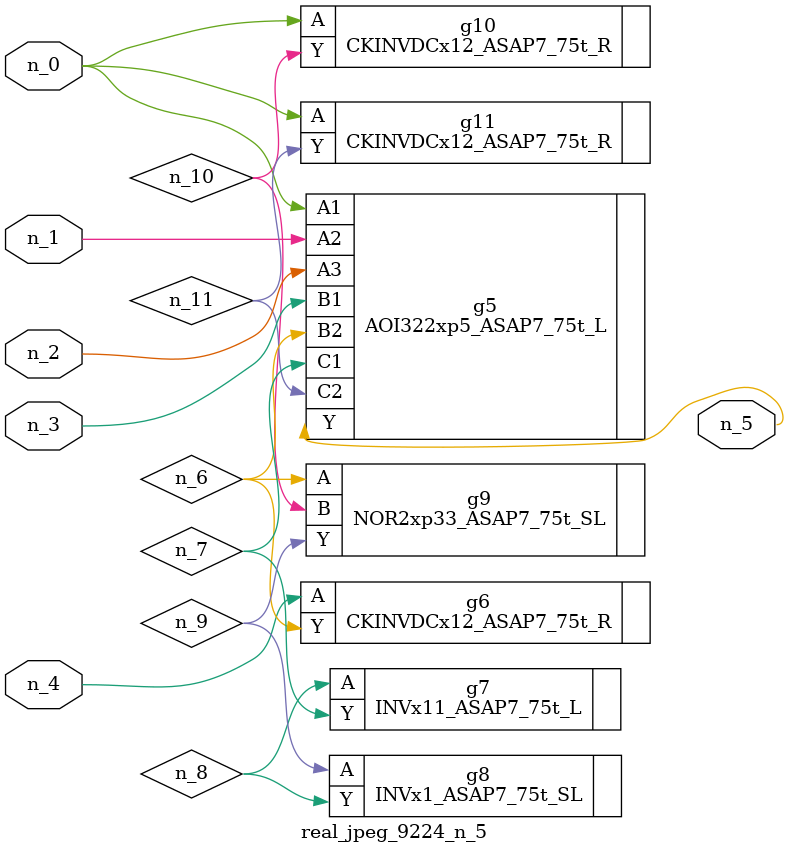
<source format=v>
module real_jpeg_9224_n_5 (n_4, n_0, n_1, n_2, n_3, n_5);

input n_4;
input n_0;
input n_1;
input n_2;
input n_3;

output n_5;

wire n_8;
wire n_11;
wire n_6;
wire n_7;
wire n_10;
wire n_9;

AOI322xp5_ASAP7_75t_L g5 ( 
.A1(n_0),
.A2(n_1),
.A3(n_2),
.B1(n_3),
.B2(n_6),
.C1(n_7),
.C2(n_11),
.Y(n_5)
);

CKINVDCx12_ASAP7_75t_R g10 ( 
.A(n_0),
.Y(n_10)
);

CKINVDCx12_ASAP7_75t_R g11 ( 
.A(n_0),
.Y(n_11)
);

CKINVDCx12_ASAP7_75t_R g6 ( 
.A(n_4),
.Y(n_6)
);

NOR2xp33_ASAP7_75t_SL g9 ( 
.A(n_6),
.B(n_10),
.Y(n_9)
);

INVx11_ASAP7_75t_L g7 ( 
.A(n_8),
.Y(n_7)
);

INVx1_ASAP7_75t_SL g8 ( 
.A(n_9),
.Y(n_8)
);


endmodule
</source>
